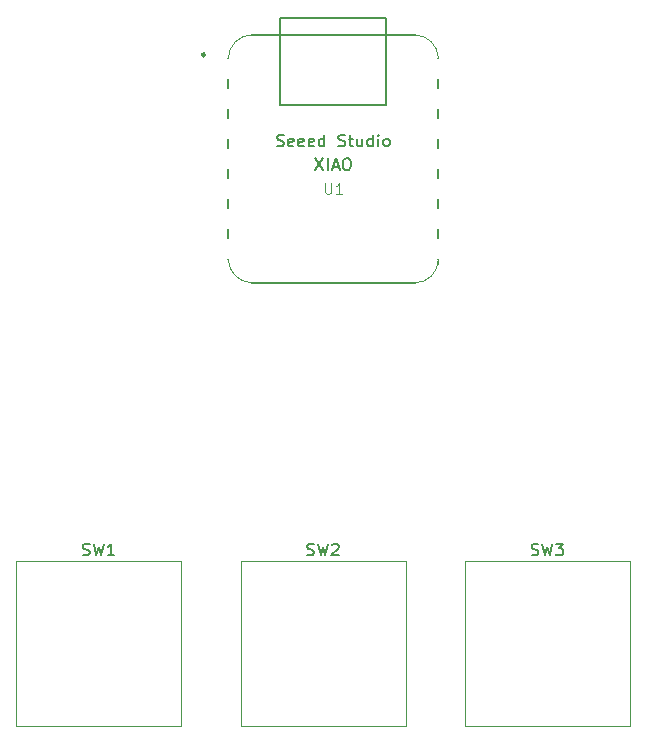
<source format=gbr>
%TF.GenerationSoftware,KiCad,Pcbnew,8.0.5*%
%TF.CreationDate,2024-10-21T21:32:33-05:00*%
%TF.ProjectId,macropad,6d616372-6f70-4616-942e-6b696361645f,rev?*%
%TF.SameCoordinates,Original*%
%TF.FileFunction,Legend,Top*%
%TF.FilePolarity,Positive*%
%FSLAX46Y46*%
G04 Gerber Fmt 4.6, Leading zero omitted, Abs format (unit mm)*
G04 Created by KiCad (PCBNEW 8.0.5) date 2024-10-21 21:32:33*
%MOMM*%
%LPD*%
G01*
G04 APERTURE LIST*
%ADD10C,0.150000*%
%ADD11C,0.101600*%
%ADD12C,0.120000*%
%ADD13C,0.127000*%
%ADD14C,0.254000*%
%ADD15C,0.025400*%
%ADD16C,1.700000*%
%ADD17C,4.000000*%
%ADD18C,2.200000*%
%ADD19R,3.500000X1.700000*%
%ADD20O,3.600000X1.700000*%
%ADD21O,3.700000X1.700000*%
G04 APERTURE END LIST*
D10*
X119666667Y-97033200D02*
X119809524Y-97080819D01*
X119809524Y-97080819D02*
X120047619Y-97080819D01*
X120047619Y-97080819D02*
X120142857Y-97033200D01*
X120142857Y-97033200D02*
X120190476Y-96985580D01*
X120190476Y-96985580D02*
X120238095Y-96890342D01*
X120238095Y-96890342D02*
X120238095Y-96795104D01*
X120238095Y-96795104D02*
X120190476Y-96699866D01*
X120190476Y-96699866D02*
X120142857Y-96652247D01*
X120142857Y-96652247D02*
X120047619Y-96604628D01*
X120047619Y-96604628D02*
X119857143Y-96557009D01*
X119857143Y-96557009D02*
X119761905Y-96509390D01*
X119761905Y-96509390D02*
X119714286Y-96461771D01*
X119714286Y-96461771D02*
X119666667Y-96366533D01*
X119666667Y-96366533D02*
X119666667Y-96271295D01*
X119666667Y-96271295D02*
X119714286Y-96176057D01*
X119714286Y-96176057D02*
X119761905Y-96128438D01*
X119761905Y-96128438D02*
X119857143Y-96080819D01*
X119857143Y-96080819D02*
X120095238Y-96080819D01*
X120095238Y-96080819D02*
X120238095Y-96128438D01*
X120571429Y-96080819D02*
X120809524Y-97080819D01*
X120809524Y-97080819D02*
X121000000Y-96366533D01*
X121000000Y-96366533D02*
X121190476Y-97080819D01*
X121190476Y-97080819D02*
X121428572Y-96080819D01*
X122333333Y-97080819D02*
X121761905Y-97080819D01*
X122047619Y-97080819D02*
X122047619Y-96080819D01*
X122047619Y-96080819D02*
X121952381Y-96223676D01*
X121952381Y-96223676D02*
X121857143Y-96318914D01*
X121857143Y-96318914D02*
X121761905Y-96366533D01*
X157666667Y-97033200D02*
X157809524Y-97080819D01*
X157809524Y-97080819D02*
X158047619Y-97080819D01*
X158047619Y-97080819D02*
X158142857Y-97033200D01*
X158142857Y-97033200D02*
X158190476Y-96985580D01*
X158190476Y-96985580D02*
X158238095Y-96890342D01*
X158238095Y-96890342D02*
X158238095Y-96795104D01*
X158238095Y-96795104D02*
X158190476Y-96699866D01*
X158190476Y-96699866D02*
X158142857Y-96652247D01*
X158142857Y-96652247D02*
X158047619Y-96604628D01*
X158047619Y-96604628D02*
X157857143Y-96557009D01*
X157857143Y-96557009D02*
X157761905Y-96509390D01*
X157761905Y-96509390D02*
X157714286Y-96461771D01*
X157714286Y-96461771D02*
X157666667Y-96366533D01*
X157666667Y-96366533D02*
X157666667Y-96271295D01*
X157666667Y-96271295D02*
X157714286Y-96176057D01*
X157714286Y-96176057D02*
X157761905Y-96128438D01*
X157761905Y-96128438D02*
X157857143Y-96080819D01*
X157857143Y-96080819D02*
X158095238Y-96080819D01*
X158095238Y-96080819D02*
X158238095Y-96128438D01*
X158571429Y-96080819D02*
X158809524Y-97080819D01*
X158809524Y-97080819D02*
X159000000Y-96366533D01*
X159000000Y-96366533D02*
X159190476Y-97080819D01*
X159190476Y-97080819D02*
X159428572Y-96080819D01*
X159714286Y-96080819D02*
X160333333Y-96080819D01*
X160333333Y-96080819D02*
X160000000Y-96461771D01*
X160000000Y-96461771D02*
X160142857Y-96461771D01*
X160142857Y-96461771D02*
X160238095Y-96509390D01*
X160238095Y-96509390D02*
X160285714Y-96557009D01*
X160285714Y-96557009D02*
X160333333Y-96652247D01*
X160333333Y-96652247D02*
X160333333Y-96890342D01*
X160333333Y-96890342D02*
X160285714Y-96985580D01*
X160285714Y-96985580D02*
X160238095Y-97033200D01*
X160238095Y-97033200D02*
X160142857Y-97080819D01*
X160142857Y-97080819D02*
X159857143Y-97080819D01*
X159857143Y-97080819D02*
X159761905Y-97033200D01*
X159761905Y-97033200D02*
X159714286Y-96985580D01*
D11*
X140197666Y-65556985D02*
X140197666Y-66276652D01*
X140197666Y-66276652D02*
X140240000Y-66361318D01*
X140240000Y-66361318D02*
X140282333Y-66403652D01*
X140282333Y-66403652D02*
X140367000Y-66445985D01*
X140367000Y-66445985D02*
X140536333Y-66445985D01*
X140536333Y-66445985D02*
X140621000Y-66403652D01*
X140621000Y-66403652D02*
X140663333Y-66361318D01*
X140663333Y-66361318D02*
X140705666Y-66276652D01*
X140705666Y-66276652D02*
X140705666Y-65556985D01*
X141594666Y-66445985D02*
X141086666Y-66445985D01*
X141340666Y-66445985D02*
X141340666Y-65556985D01*
X141340666Y-65556985D02*
X141255999Y-65683985D01*
X141255999Y-65683985D02*
X141171333Y-65768652D01*
X141171333Y-65768652D02*
X141086666Y-65810985D01*
D10*
X136113095Y-62407200D02*
X136255952Y-62454819D01*
X136255952Y-62454819D02*
X136494047Y-62454819D01*
X136494047Y-62454819D02*
X136589285Y-62407200D01*
X136589285Y-62407200D02*
X136636904Y-62359580D01*
X136636904Y-62359580D02*
X136684523Y-62264342D01*
X136684523Y-62264342D02*
X136684523Y-62169104D01*
X136684523Y-62169104D02*
X136636904Y-62073866D01*
X136636904Y-62073866D02*
X136589285Y-62026247D01*
X136589285Y-62026247D02*
X136494047Y-61978628D01*
X136494047Y-61978628D02*
X136303571Y-61931009D01*
X136303571Y-61931009D02*
X136208333Y-61883390D01*
X136208333Y-61883390D02*
X136160714Y-61835771D01*
X136160714Y-61835771D02*
X136113095Y-61740533D01*
X136113095Y-61740533D02*
X136113095Y-61645295D01*
X136113095Y-61645295D02*
X136160714Y-61550057D01*
X136160714Y-61550057D02*
X136208333Y-61502438D01*
X136208333Y-61502438D02*
X136303571Y-61454819D01*
X136303571Y-61454819D02*
X136541666Y-61454819D01*
X136541666Y-61454819D02*
X136684523Y-61502438D01*
X137494047Y-62407200D02*
X137398809Y-62454819D01*
X137398809Y-62454819D02*
X137208333Y-62454819D01*
X137208333Y-62454819D02*
X137113095Y-62407200D01*
X137113095Y-62407200D02*
X137065476Y-62311961D01*
X137065476Y-62311961D02*
X137065476Y-61931009D01*
X137065476Y-61931009D02*
X137113095Y-61835771D01*
X137113095Y-61835771D02*
X137208333Y-61788152D01*
X137208333Y-61788152D02*
X137398809Y-61788152D01*
X137398809Y-61788152D02*
X137494047Y-61835771D01*
X137494047Y-61835771D02*
X137541666Y-61931009D01*
X137541666Y-61931009D02*
X137541666Y-62026247D01*
X137541666Y-62026247D02*
X137065476Y-62121485D01*
X138351190Y-62407200D02*
X138255952Y-62454819D01*
X138255952Y-62454819D02*
X138065476Y-62454819D01*
X138065476Y-62454819D02*
X137970238Y-62407200D01*
X137970238Y-62407200D02*
X137922619Y-62311961D01*
X137922619Y-62311961D02*
X137922619Y-61931009D01*
X137922619Y-61931009D02*
X137970238Y-61835771D01*
X137970238Y-61835771D02*
X138065476Y-61788152D01*
X138065476Y-61788152D02*
X138255952Y-61788152D01*
X138255952Y-61788152D02*
X138351190Y-61835771D01*
X138351190Y-61835771D02*
X138398809Y-61931009D01*
X138398809Y-61931009D02*
X138398809Y-62026247D01*
X138398809Y-62026247D02*
X137922619Y-62121485D01*
X139208333Y-62407200D02*
X139113095Y-62454819D01*
X139113095Y-62454819D02*
X138922619Y-62454819D01*
X138922619Y-62454819D02*
X138827381Y-62407200D01*
X138827381Y-62407200D02*
X138779762Y-62311961D01*
X138779762Y-62311961D02*
X138779762Y-61931009D01*
X138779762Y-61931009D02*
X138827381Y-61835771D01*
X138827381Y-61835771D02*
X138922619Y-61788152D01*
X138922619Y-61788152D02*
X139113095Y-61788152D01*
X139113095Y-61788152D02*
X139208333Y-61835771D01*
X139208333Y-61835771D02*
X139255952Y-61931009D01*
X139255952Y-61931009D02*
X139255952Y-62026247D01*
X139255952Y-62026247D02*
X138779762Y-62121485D01*
X140113095Y-62454819D02*
X140113095Y-61454819D01*
X140113095Y-62407200D02*
X140017857Y-62454819D01*
X140017857Y-62454819D02*
X139827381Y-62454819D01*
X139827381Y-62454819D02*
X139732143Y-62407200D01*
X139732143Y-62407200D02*
X139684524Y-62359580D01*
X139684524Y-62359580D02*
X139636905Y-62264342D01*
X139636905Y-62264342D02*
X139636905Y-61978628D01*
X139636905Y-61978628D02*
X139684524Y-61883390D01*
X139684524Y-61883390D02*
X139732143Y-61835771D01*
X139732143Y-61835771D02*
X139827381Y-61788152D01*
X139827381Y-61788152D02*
X140017857Y-61788152D01*
X140017857Y-61788152D02*
X140113095Y-61835771D01*
X141303572Y-62407200D02*
X141446429Y-62454819D01*
X141446429Y-62454819D02*
X141684524Y-62454819D01*
X141684524Y-62454819D02*
X141779762Y-62407200D01*
X141779762Y-62407200D02*
X141827381Y-62359580D01*
X141827381Y-62359580D02*
X141875000Y-62264342D01*
X141875000Y-62264342D02*
X141875000Y-62169104D01*
X141875000Y-62169104D02*
X141827381Y-62073866D01*
X141827381Y-62073866D02*
X141779762Y-62026247D01*
X141779762Y-62026247D02*
X141684524Y-61978628D01*
X141684524Y-61978628D02*
X141494048Y-61931009D01*
X141494048Y-61931009D02*
X141398810Y-61883390D01*
X141398810Y-61883390D02*
X141351191Y-61835771D01*
X141351191Y-61835771D02*
X141303572Y-61740533D01*
X141303572Y-61740533D02*
X141303572Y-61645295D01*
X141303572Y-61645295D02*
X141351191Y-61550057D01*
X141351191Y-61550057D02*
X141398810Y-61502438D01*
X141398810Y-61502438D02*
X141494048Y-61454819D01*
X141494048Y-61454819D02*
X141732143Y-61454819D01*
X141732143Y-61454819D02*
X141875000Y-61502438D01*
X142160715Y-61788152D02*
X142541667Y-61788152D01*
X142303572Y-61454819D02*
X142303572Y-62311961D01*
X142303572Y-62311961D02*
X142351191Y-62407200D01*
X142351191Y-62407200D02*
X142446429Y-62454819D01*
X142446429Y-62454819D02*
X142541667Y-62454819D01*
X143303572Y-61788152D02*
X143303572Y-62454819D01*
X142875001Y-61788152D02*
X142875001Y-62311961D01*
X142875001Y-62311961D02*
X142922620Y-62407200D01*
X142922620Y-62407200D02*
X143017858Y-62454819D01*
X143017858Y-62454819D02*
X143160715Y-62454819D01*
X143160715Y-62454819D02*
X143255953Y-62407200D01*
X143255953Y-62407200D02*
X143303572Y-62359580D01*
X144208334Y-62454819D02*
X144208334Y-61454819D01*
X144208334Y-62407200D02*
X144113096Y-62454819D01*
X144113096Y-62454819D02*
X143922620Y-62454819D01*
X143922620Y-62454819D02*
X143827382Y-62407200D01*
X143827382Y-62407200D02*
X143779763Y-62359580D01*
X143779763Y-62359580D02*
X143732144Y-62264342D01*
X143732144Y-62264342D02*
X143732144Y-61978628D01*
X143732144Y-61978628D02*
X143779763Y-61883390D01*
X143779763Y-61883390D02*
X143827382Y-61835771D01*
X143827382Y-61835771D02*
X143922620Y-61788152D01*
X143922620Y-61788152D02*
X144113096Y-61788152D01*
X144113096Y-61788152D02*
X144208334Y-61835771D01*
X144684525Y-62454819D02*
X144684525Y-61788152D01*
X144684525Y-61454819D02*
X144636906Y-61502438D01*
X144636906Y-61502438D02*
X144684525Y-61550057D01*
X144684525Y-61550057D02*
X144732144Y-61502438D01*
X144732144Y-61502438D02*
X144684525Y-61454819D01*
X144684525Y-61454819D02*
X144684525Y-61550057D01*
X145303572Y-62454819D02*
X145208334Y-62407200D01*
X145208334Y-62407200D02*
X145160715Y-62359580D01*
X145160715Y-62359580D02*
X145113096Y-62264342D01*
X145113096Y-62264342D02*
X145113096Y-61978628D01*
X145113096Y-61978628D02*
X145160715Y-61883390D01*
X145160715Y-61883390D02*
X145208334Y-61835771D01*
X145208334Y-61835771D02*
X145303572Y-61788152D01*
X145303572Y-61788152D02*
X145446429Y-61788152D01*
X145446429Y-61788152D02*
X145541667Y-61835771D01*
X145541667Y-61835771D02*
X145589286Y-61883390D01*
X145589286Y-61883390D02*
X145636905Y-61978628D01*
X145636905Y-61978628D02*
X145636905Y-62264342D01*
X145636905Y-62264342D02*
X145589286Y-62359580D01*
X145589286Y-62359580D02*
X145541667Y-62407200D01*
X145541667Y-62407200D02*
X145446429Y-62454819D01*
X145446429Y-62454819D02*
X145303572Y-62454819D01*
X139351191Y-63454819D02*
X140017857Y-64454819D01*
X140017857Y-63454819D02*
X139351191Y-64454819D01*
X140398810Y-64454819D02*
X140398810Y-63454819D01*
X140827381Y-64169104D02*
X141303571Y-64169104D01*
X140732143Y-64454819D02*
X141065476Y-63454819D01*
X141065476Y-63454819D02*
X141398809Y-64454819D01*
X141922619Y-63454819D02*
X142113095Y-63454819D01*
X142113095Y-63454819D02*
X142208333Y-63502438D01*
X142208333Y-63502438D02*
X142303571Y-63597676D01*
X142303571Y-63597676D02*
X142351190Y-63788152D01*
X142351190Y-63788152D02*
X142351190Y-64121485D01*
X142351190Y-64121485D02*
X142303571Y-64311961D01*
X142303571Y-64311961D02*
X142208333Y-64407200D01*
X142208333Y-64407200D02*
X142113095Y-64454819D01*
X142113095Y-64454819D02*
X141922619Y-64454819D01*
X141922619Y-64454819D02*
X141827381Y-64407200D01*
X141827381Y-64407200D02*
X141732143Y-64311961D01*
X141732143Y-64311961D02*
X141684524Y-64121485D01*
X141684524Y-64121485D02*
X141684524Y-63788152D01*
X141684524Y-63788152D02*
X141732143Y-63597676D01*
X141732143Y-63597676D02*
X141827381Y-63502438D01*
X141827381Y-63502438D02*
X141922619Y-63454819D01*
X138666667Y-97033200D02*
X138809524Y-97080819D01*
X138809524Y-97080819D02*
X139047619Y-97080819D01*
X139047619Y-97080819D02*
X139142857Y-97033200D01*
X139142857Y-97033200D02*
X139190476Y-96985580D01*
X139190476Y-96985580D02*
X139238095Y-96890342D01*
X139238095Y-96890342D02*
X139238095Y-96795104D01*
X139238095Y-96795104D02*
X139190476Y-96699866D01*
X139190476Y-96699866D02*
X139142857Y-96652247D01*
X139142857Y-96652247D02*
X139047619Y-96604628D01*
X139047619Y-96604628D02*
X138857143Y-96557009D01*
X138857143Y-96557009D02*
X138761905Y-96509390D01*
X138761905Y-96509390D02*
X138714286Y-96461771D01*
X138714286Y-96461771D02*
X138666667Y-96366533D01*
X138666667Y-96366533D02*
X138666667Y-96271295D01*
X138666667Y-96271295D02*
X138714286Y-96176057D01*
X138714286Y-96176057D02*
X138761905Y-96128438D01*
X138761905Y-96128438D02*
X138857143Y-96080819D01*
X138857143Y-96080819D02*
X139095238Y-96080819D01*
X139095238Y-96080819D02*
X139238095Y-96128438D01*
X139571429Y-96080819D02*
X139809524Y-97080819D01*
X139809524Y-97080819D02*
X140000000Y-96366533D01*
X140000000Y-96366533D02*
X140190476Y-97080819D01*
X140190476Y-97080819D02*
X140428572Y-96080819D01*
X140761905Y-96176057D02*
X140809524Y-96128438D01*
X140809524Y-96128438D02*
X140904762Y-96080819D01*
X140904762Y-96080819D02*
X141142857Y-96080819D01*
X141142857Y-96080819D02*
X141238095Y-96128438D01*
X141238095Y-96128438D02*
X141285714Y-96176057D01*
X141285714Y-96176057D02*
X141333333Y-96271295D01*
X141333333Y-96271295D02*
X141333333Y-96366533D01*
X141333333Y-96366533D02*
X141285714Y-96509390D01*
X141285714Y-96509390D02*
X140714286Y-97080819D01*
X140714286Y-97080819D02*
X141333333Y-97080819D01*
D12*
%TO.C,SW1*%
X114015000Y-97515000D02*
X127985000Y-97515000D01*
X114015000Y-111485000D02*
X114015000Y-97515000D01*
X127985000Y-97515000D02*
X127985000Y-111485000D01*
X127985000Y-111485000D02*
X114015000Y-111485000D01*
%TO.C,SW3*%
X152015000Y-97515000D02*
X165985000Y-97515000D01*
X152015000Y-111485000D02*
X152015000Y-97515000D01*
X165985000Y-97515000D02*
X165985000Y-111485000D01*
X165985000Y-111485000D02*
X152015000Y-111485000D01*
D13*
%TO.C,U1*%
X131975000Y-55000000D02*
X131975000Y-72000000D01*
X133975000Y-74000000D02*
X147775000Y-74000000D01*
X136375000Y-51575970D02*
X145375000Y-51575970D01*
X136375000Y-58929270D02*
X136375000Y-51575970D01*
X145375000Y-51575970D02*
X145375000Y-58929270D01*
X145375000Y-58929270D02*
X136375000Y-58929270D01*
X147775000Y-53000910D02*
X133975000Y-53000910D01*
X149775000Y-72000000D02*
X149775000Y-55000000D01*
D12*
X131975000Y-55000000D02*
G75*
G02*
X133975000Y-53000000I2044612J-44612D01*
G01*
X133975000Y-74000000D02*
G75*
G02*
X131975000Y-72000000I44857J2044857D01*
G01*
X147775000Y-53000000D02*
G75*
G02*
X149775000Y-55000000I-44600J-2044600D01*
G01*
X149775000Y-72000000D02*
G75*
G02*
X147775000Y-74000000I-2000000J0D01*
G01*
D14*
X130002000Y-54700000D02*
G75*
G02*
X129748000Y-54700000I-127000J0D01*
G01*
X129748000Y-54700000D02*
G75*
G02*
X130002000Y-54700000I127000J0D01*
G01*
D15*
X131987285Y-54938295D02*
X131990333Y-54889527D01*
X131994397Y-54840506D01*
X131987285Y-54938295D01*
X149762713Y-72070850D02*
X149759665Y-72119618D01*
X149755601Y-72168639D01*
X149750268Y-72217407D01*
X149743664Y-72266175D01*
X149736044Y-72314690D01*
X149727153Y-72362950D01*
X149717248Y-72410955D01*
X149764492Y-72021574D01*
X149762713Y-72070850D01*
D12*
%TO.C,SW2*%
X133015000Y-97515000D02*
X146985000Y-97515000D01*
X133015000Y-111485000D02*
X133015000Y-97515000D01*
X146985000Y-97515000D02*
X146985000Y-111485000D01*
X146985000Y-111485000D02*
X133015000Y-111485000D01*
%TD*%
%LPC*%
D16*
%TO.C,SW1*%
X115920000Y-104500000D03*
D17*
X121000000Y-104500000D03*
D16*
X126080000Y-104500000D03*
D18*
X123540000Y-99420000D03*
X117190000Y-101960000D03*
%TD*%
D16*
%TO.C,SW3*%
X153920000Y-104500000D03*
D17*
X159000000Y-104500000D03*
D16*
X164080000Y-104500000D03*
D18*
X161540000Y-99420000D03*
X155190000Y-101960000D03*
%TD*%
D19*
%TO.C,U1*%
X132250000Y-55880000D03*
D20*
X132250000Y-58420000D03*
X132250000Y-60960000D03*
X132250000Y-63500000D03*
X132250000Y-66040000D03*
X132250000Y-68580000D03*
X132250000Y-71120000D03*
X149500000Y-71120000D03*
X149500000Y-68580000D03*
X149500000Y-66040000D03*
D21*
X149500000Y-63500000D03*
X149500000Y-60960000D03*
X149500000Y-58420000D03*
X149500000Y-55880000D03*
%TD*%
D16*
%TO.C,SW2*%
X134920000Y-104500000D03*
D17*
X140000000Y-104500000D03*
D16*
X145080000Y-104500000D03*
D18*
X142540000Y-99420000D03*
X136190000Y-101960000D03*
%TD*%
%LPD*%
M02*

</source>
